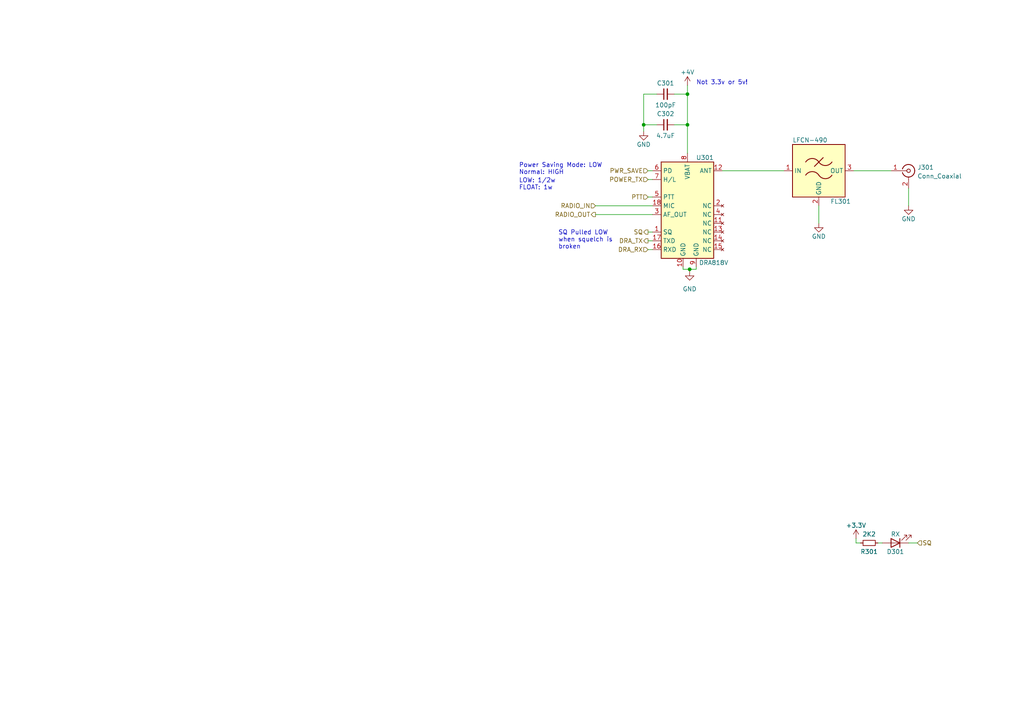
<source format=kicad_sch>
(kicad_sch (version 20211123) (generator eeschema)
  (paper "A4")
  (title_block (title "APRN Modem") (date "2022-08-01") (rev "${REVISION}") (company "Kitsune Scientific") (comment 4 "Release: ${FULL_REVISION}"))
  (lib_symbols
    (symbol "Connector:Conn_Coaxial" (pin_names (offset 1.016) hide)
      (property "Reference" "J" (at 0.254 3.048 0))
      (property "Value" "Conn_Coaxial" (at 2.921 0 90))
      (symbol "Conn_Coaxial_0_1"
        (arc (start -1.778 -0.508) (mid 0.2311 -1.8066) (end 1.778 0) (stroke (width 0.254)))
        (polyline (pts (xy -2.54 0) (xy -0.508 0)))
        (polyline (pts (xy 0 -2.54) (xy 0 -1.778)))
        (circle (center 0 0) (radius 0.508) (stroke (width 0.2032)))
        (arc (start 1.778 0) (mid 0.2099 1.8101) (end -1.778 0.508) (stroke (width 0.254)))
      )
      (symbol "Conn_Coaxial_1_1"
        (pin passive line (at -5.08 0 0) (length 2.54) (name "In") (number "1"))
        (pin passive line (at 0 -5.08 90) (length 2.54) (name "Ext") (number "2"))
      )
    )
    (symbol "Device:C_Small" (pin_numbers hide) (pin_names (offset 0.254) hide)
      (property "Reference" "C" (at 0.254 1.778 0))
      (property "Value" "C_Small" (at 0.254 -2.032 0))
      (symbol "C_Small_0_1"
        (polyline (pts (xy -1.524 -0.508) (xy 1.524 -0.508)) (stroke (width 0.3302)))
        (polyline (pts (xy -1.524 0.508) (xy 1.524 0.508)) (stroke (width 0.3048)))
      )
      (symbol "C_Small_1_1"
        (pin passive line (at 0 2.54 270) (length 2.032) (name "~") (number "1"))
        (pin passive line (at 0 -2.54 90) (length 2.032) (name "~") (number "2"))
      )
    )
    (symbol "Device:LED" (pin_numbers hide) (pin_names (offset 1.016) hide)
      (property "Reference" "D" (at 0 2.54 0))
      (property "Value" "LED" (at 0 -2.54 0))
      (symbol "LED_0_1"
        (polyline (pts (xy -1.27 -1.27) (xy -1.27 1.27)) (stroke (width 0.254)))
        (polyline (pts (xy -1.27 0) (xy 1.27 0)))
        (polyline (pts (xy 1.27 -1.27) (xy 1.27 1.27) (xy -1.27 0) (xy 1.27 -1.27)) (stroke (width 0.254)))
        (polyline (pts (xy -3.048 -0.762) (xy -4.572 -2.286) (xy -3.81 -2.286) (xy -4.572 -2.286) (xy -4.572 -1.524)))
        (polyline (pts (xy -1.778 -0.762) (xy -3.302 -2.286) (xy -2.54 -2.286) (xy -3.302 -2.286) (xy -3.302 -1.524)))
      )
      (symbol "LED_1_1"
        (pin passive line (at -3.81 0 0) (length 2.54) (name "K") (number "1"))
        (pin passive line (at 3.81 0 180) (length 2.54) (name "A") (number "2"))
      )
    )
    (symbol "Device:R_Small" (pin_numbers hide) (pin_names (offset 0.254) hide)
      (property "Reference" "R" (at 0.762 0.508 0))
      (property "Value" "R_Small" (at 0.762 -1.016 0))
      (symbol "R_Small_0_1"
        (rectangle (start -0.762 1.778) (end 0.762 -1.778) (stroke (width 0.2032)))
      )
      (symbol "R_Small_1_1"
        (pin passive line (at 0 2.54 270) (length 0.762) (name "~") (number "1"))
        (pin passive line (at 0 -2.54 90) (length 0.762) (name "~") (number "2"))
      )
    )
    (symbol "KenwoodFox:DRA818V"
      (property "Reference" "U" (at 6.35 -15.24 0))
      (property "Value" "DRA818V" (at 5.08 15.24 0))
      (symbol "DRA818V_0_1"
        (rectangle (start -7.62 13.97) (end 7.62 -13.97) (stroke (width 0.254)) (fill (type background)))
      )
      (symbol "DRA818V_1_1"
        (pin output line (at -10.16 -6.35 0) (length 2.54) (name "SQ") (number "1"))
        (pin power_in line (at -1.27 -16.51 90) (length 2.54) (name "GND") (number "10"))
        (pin no_connect line (at 10.16 -3.81 180) (length 2.54) (name "NC") (number "11"))
        (pin output line (at 10.16 11.43 180) (length 2.54) (name "ANT") (number "12"))
        (pin no_connect line (at 10.16 -6.35 180) (length 2.54) (name "NC") (number "13"))
        (pin no_connect line (at 10.16 -8.89 180) (length 2.54) (name "NC") (number "14"))
        (pin no_connect line (at 10.16 -11.43 180) (length 2.54) (name "NC") (number "15"))
        (pin input line (at -10.16 -11.43 0) (length 2.54) (name "RXD") (number "16"))
        (pin output line (at -10.16 -8.89 0) (length 2.54) (name "TXD") (number "17"))
        (pin input line (at -10.16 1.27 0) (length 2.54) (name "MIC") (number "18"))
        (pin no_connect line (at 10.16 1.27 180) (length 2.54) (name "NC") (number "2"))
        (pin output line (at -10.16 -1.27 0) (length 2.54) (name "AF_OUT") (number "3"))
        (pin no_connect line (at 10.16 -1.27 180) (length 2.54) (name "NC") (number "4"))
        (pin input line (at -10.16 3.81 0) (length 2.54) (name "PTT") (number "5"))
        (pin input line (at -10.16 11.43 0) (length 2.54) (name "PD") (number "6"))
        (pin input line (at -10.16 8.89 0) (length 2.54) (name "H/L") (number "7"))
        (pin power_in line (at 0 16.51 270) (length 2.54) (name "VBAT") (number "8"))
        (pin power_in line (at 2.54 -16.51 90) (length 2.54) (name "GND") (number "9"))
      )
    )
    (symbol "RF_Filter:LFCN-490"
      (property "Reference" "FL" (at 0 10.795 0))
      (property "Value" "LFCN-490" (at 0 8.89 0))
      (symbol "LFCN-490_0_1"
        (rectangle (start -7.62 7.62) (end 7.62 -7.62) (stroke (width 0.254)) (fill (type background)))
        (arc (start 0 -1.27) (mid -1.905 -0.2505) (end -3.81 -1.27) (stroke (width 0.254)))
        (arc (start 0 -1.27) (mid 1.905 -2.2895) (end 3.81 -1.27) (stroke (width 0.254)))
        (polyline (pts (xy -1.27 1.27) (xy 1.27 3.81)) (stroke (width 0.254)))
        (arc (start 0 2.54) (mid -1.905 3.5595) (end -3.81 2.54) (stroke (width 0.254)))
        (arc (start 0 2.54) (mid 1.905 1.5205) (end 3.81 2.54) (stroke (width 0.254)))
      )
      (symbol "LFCN-490_1_1"
        (pin passive line (at -10.16 0 0) (length 2.54) (name "IN") (number "1"))
        (pin passive line (at 0 -10.16 90) (length 2.54) (name "GND") (number "2"))
        (pin passive line (at 10.16 0 180) (length 2.54) (name "OUT") (number "3"))
        (pin passive line (at 0 -10.16 90) (length 2.54) hide (name "GND") (number "4"))
      )
    )
    (symbol "power:+3.3V" (power) (pin_names (offset 0))
      (property "Value" "+3.3V" (at 0 3.556 0))
      (symbol "+3.3V_0_1"
        (polyline (pts (xy -0.762 1.27) (xy 0 2.54)))
        (polyline (pts (xy 0 0) (xy 0 2.54)))
        (polyline (pts (xy 0 2.54) (xy 0.762 1.27)))
      )
      (symbol "+3.3V_1_1"
        (pin power_in line (at 0 0 90) (length 0) hide (name "+3.3V") (number "1"))
      )
    )
    (symbol "power:+4V" (power) (pin_names (offset 0))
      (property "Value" "+4V" (at 0 3.556 0))
      (symbol "+4V_0_1"
        (polyline (pts (xy -0.762 1.27) (xy 0 2.54)))
        (polyline (pts (xy 0 0) (xy 0 2.54)))
        (polyline (pts (xy 0 2.54) (xy 0.762 1.27)))
      )
      (symbol "+4V_1_1"
        (pin power_in line (at 0 0 90) (length 0) hide (name "+4V") (number "1"))
      )
    )
    (symbol "power:GND" (power) (pin_names (offset 0))
      (property "Value" "GND" (at 0 -3.81 0))
      (symbol "GND_0_1"
        (polyline (pts (xy 0 0) (xy 0 -1.27) (xy 1.27 -1.27) (xy 0 -2.54) (xy -1.27 -1.27) (xy 0 -1.27)))
      )
      (symbol "GND_1_1"
        (pin power_in line (at 0 0 270) (length 0) hide (name "GND") (number "1"))
      )
    )
  )
  (junction (at 186.69 36.195))
  (junction (at 199.39 36.195))
  (junction (at 200.025 78.105))
  (junction (at 199.39 27.305))
  (wire (pts (xy 209.55 49.53) (xy 227.33 49.53)))
  (wire (pts (xy 199.39 24.765) (xy 199.39 27.305)))
  (wire (pts (xy 186.69 36.195) (xy 186.69 38.1)))
  (wire (pts (xy 187.96 72.39) (xy 189.23 72.39)))
  (wire (pts (xy 187.96 49.53) (xy 189.23 49.53)))
  (wire (pts (xy 187.96 67.31) (xy 189.23 67.31)))
  (wire (pts (xy 186.69 27.305) (xy 190.5 27.305)))
  (wire (pts (xy 247.65 49.53) (xy 258.445 49.53)))
  (wire (pts (xy 198.12 78.105) (xy 200.025 78.105)))
  (wire (pts (xy 187.96 57.15) (xy 189.23 57.15)))
  (wire (pts (xy 248.285 157.48) (xy 249.555 157.48)))
  (wire (pts (xy 198.12 77.47) (xy 198.12 78.105)))
  (wire (pts (xy 263.525 157.48) (xy 266.065 157.48)))
  (wire (pts (xy 200.025 78.105) (xy 200.025 78.74)))
  (wire (pts (xy 172.72 59.69) (xy 189.23 59.69)))
  (wire (pts (xy 237.49 59.69) (xy 237.49 64.77)))
  (wire (pts (xy 201.93 78.105) (xy 201.93 77.47)))
  (wire (pts (xy 187.96 69.85) (xy 189.23 69.85)))
  (wire (pts (xy 172.72 62.23) (xy 189.23 62.23)))
  (wire (pts (xy 195.58 27.305) (xy 199.39 27.305)))
  (wire (pts (xy 199.39 27.305) (xy 199.39 36.195)))
  (wire (pts (xy 263.525 54.61) (xy 263.525 59.69)))
  (wire (pts (xy 187.96 52.07) (xy 189.23 52.07)))
  (wire (pts (xy 186.69 36.195) (xy 186.69 27.305)))
  (wire (pts (xy 199.39 36.195) (xy 199.39 44.45)))
  (wire (pts (xy 254.635 157.48) (xy 255.905 157.48)))
  (wire (pts (xy 248.285 156.21) (xy 248.285 157.48)))
  (wire (pts (xy 195.58 36.195) (xy 199.39 36.195)))
  (wire (pts (xy 186.69 36.195) (xy 190.5 36.195)))
  (wire (pts (xy 200.025 78.105) (xy 201.93 78.105)))
  (text "Not 3.3v or 5v!" (at 201.93 24.765 0) (effects (font (size 1.27 1.27)) (justify left bottom)))
  (text "SQ Pulled LOW\nwhen squelch is\nbroken" (at 161.925 72.39 0) (effects (font (size 1.27 1.27)) (justify left bottom)))
  (text "Power Saving Mode: LOW\nNormal: HIGH" (at 150.495 50.8 0) (effects (font (size 1.27 1.27)) (justify left bottom)))
  (text "LOW: 1/2w\nFLOAT: 1w" (at 150.495 55.245 0) (effects (font (size 1.27 1.27)) (justify left bottom)))
  (hierarchical_label "RADIO_OUT" (shape output) (at 172.72 62.23 180))
  (hierarchical_label "PWR_SAVE" (shape input) (at 187.96 49.53 180))
  (hierarchical_label "DRA_TX" (shape output) (at 187.96 69.85 180))
  (hierarchical_label "DRA_RX" (shape input) (at 187.96 72.39 180))
  (hierarchical_label "PTT" (shape input) (at 187.96 57.15 180))
  (hierarchical_label "SQ" (shape input) (at 266.065 157.48 0))
  (hierarchical_label "POWER_TX" (shape input) (at 187.96 52.07 180))
  (hierarchical_label "RADIO_IN" (shape input) (at 172.72 59.69 180))
  (hierarchical_label "SQ" (shape output) (at 187.96 67.31 180))
  (symbol (lib_id "Device:C_Small") (at 193.04 27.305 90) (unit 1)
    (property "Reference" "C301" (at 193.04 24.13 90))
    (property "Value" "100pF" (at 193.04 30.48 90))
    (property "Footprint" "Capacitor_SMD:C_0805_2012Metric" (effects hide))
  )
  (symbol (lib_id "power:GND") (at 200.025 78.74 0) (unit 1)
    (property "Reference" "#PWR0303" (effects hide))
    (property "Value" "GND" (at 200.025 83.82 0))
  )
  (symbol (lib_id "power:GND") (at 186.69 38.1 0) (unit 1)
    (property "Reference" "#PWR0301" (effects hide))
    (property "Value" "GND" (at 186.69 41.91 0))
  )
  (symbol (lib_id "Device:R_Small") (at 252.095 157.48 90) (unit 1)
    (property "Reference" "R301" (at 252.095 160.02 90))
    (property "Value" "2K2" (at 252.095 154.94 90))
    (property "Footprint" "Resistor_SMD:R_0805_2012Metric" (effects hide))
  )
  (symbol (lib_id "power:GND") (at 263.525 59.69 0) (unit 1)
    (property "Reference" "#PWR0306" (effects hide))
    (property "Value" "GND" (at 263.525 63.5 0))
  )
  (symbol (lib_id "power:+4V") (at 199.39 24.765 0) (unit 1)
    (property "Reference" "#PWR0302" (effects hide))
    (property "Value" "+4V" (at 199.39 20.955 0))
  )
  (symbol (lib_id "Device:C_Small") (at 193.04 36.195 90) (unit 1)
    (property "Reference" "C302" (at 193.04 33.02 90))
    (property "Value" "4.7uF" (at 193.04 39.37 90))
    (property "Footprint" "Capacitor_SMD:C_0805_2012Metric" (effects hide))
  )
  (symbol (lib_id "Connector:Conn_Coaxial") (at 263.525 49.53 0) (unit 1)
    (property "Reference" "J301" (at 266.065 48.5531 0) (effects (justify left)))
    (property "Value" "Conn_Coaxial" (at 266.065 51.0931 0) (effects (justify left)))
    (property "Footprint" "Connector_Coaxial:SMA_Amphenol_132289_EdgeMount" (effects hide))
    (property "Datasheet" " ~" (effects hide))
  )
  (symbol (lib_id "KenwoodFox:DRA818V") (at 199.39 60.96 0) (unit 1)
    (property "Reference" "U301" (at 204.47 45.72 0))
    (property "Value" "DRA818V" (at 207.01 76.2 0))
    (property "Footprint" "KenwoodFox:DRA818V" (effects hide))
    (property "Datasheet" "https://github.com/KenwoodFox/kenwoodfox-kicad-libraries/blob/main/datasheets/DRA818V.pdf" (effects hide))
  )
  (symbol (lib_id "Device:LED") (at 259.715 157.48 180) (unit 1)
    (property "Reference" "D301" (at 259.715 160.02 0))
    (property "Value" "RX" (at 259.715 154.94 0))
    (property "Footprint" "LED_SMD:LED_0805_2012Metric" (effects hide))
  )
  (symbol (lib_id "power:GND") (at 237.49 64.77 0) (unit 1)
    (property "Reference" "#PWR0304" (effects hide))
    (property "Value" "GND" (at 237.49 68.58 0))
  )
  (symbol (lib_id "power:+3.3V") (at 248.285 156.21 0) (unit 1)
    (property "Reference" "#PWR0305" (effects hide))
    (property "Value" "+3.3V" (at 248.285 152.4 0))
  )
  (symbol (lib_id "RF_Filter:LFCN-490") (at 237.49 49.53 0) (unit 1)
    (property "Reference" "FL301" (at 243.84 58.42 0))
    (property "Value" "LFCN-490" (at 234.95 40.64 0))
    (property "Footprint" "Filter:Filter_Mini-Circuits_FV1206" (effects hide))
    (property "Datasheet" "https://www.minicircuits.com/pdfs/LFCN-490+.pdf" (effects hide))
  )
)
</source>
